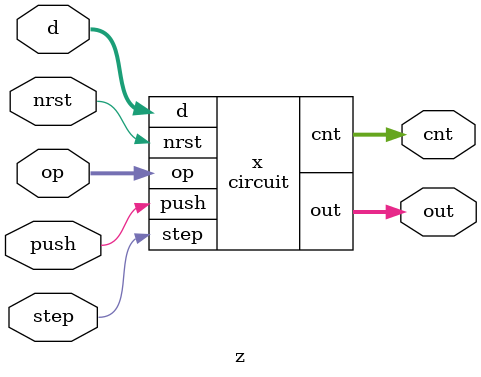
<source format=sv>
module memory(
  input logic clk,
  input logic [9:0] raddr, waddr,
  input logic [15:0] in,
  output logic [15:0] out
);
  logic [15:0] mem [0:999];

  assign out = mem[raddr];
  always_ff @(posedge clk)
    mem[waddr] <= in;
endmodule


module circuit(
  input nrst, step, push, 
  input logic [1:0] op,
  input logic [15:0] d,
  output logic [15:0] out,
  output logic [9:0] cnt
);
  
  logic [15:0] help_out, top;
  logic [ 9:0] help_cnt;

  assign out = nrst ? help_out : 0;
  assign cnt = nrst ? help_cnt : 0;
  
  memory h(step, cnt-2, cnt-1, out, top);
  
  always_ff @(posedge step or negedge nrst) begin
    if (!nrst) begin
      help_out <= 0;
      help_cnt <= 0;
    end
    else if(push) begin
      help_out <= d;
      help_cnt <= cnt + 1;
    end
    else if(op == 1 && cnt > 0)  
      help_out <= 0-out;
    else if(op == 2 && cnt > 1) begin  
      help_out <= out + top;
      help_cnt <= cnt - 1;
    end
    else if(op == 3 && cnt > 1)  begin
      help_out <= out * top;
      help_cnt <= cnt - 1;
    end
    else begin
      help_out <= out;
      help_cnt <= cnt;
    end
  end
endmodule

module z(
  input nrst, step, push, 
  input [1:0] op,
  input [15:0] d,
  output [15:0] out,
  output [9:0] cnt
);
  circuit x(nrst, step, push, op, d, out, cnt);
endmodule


</source>
